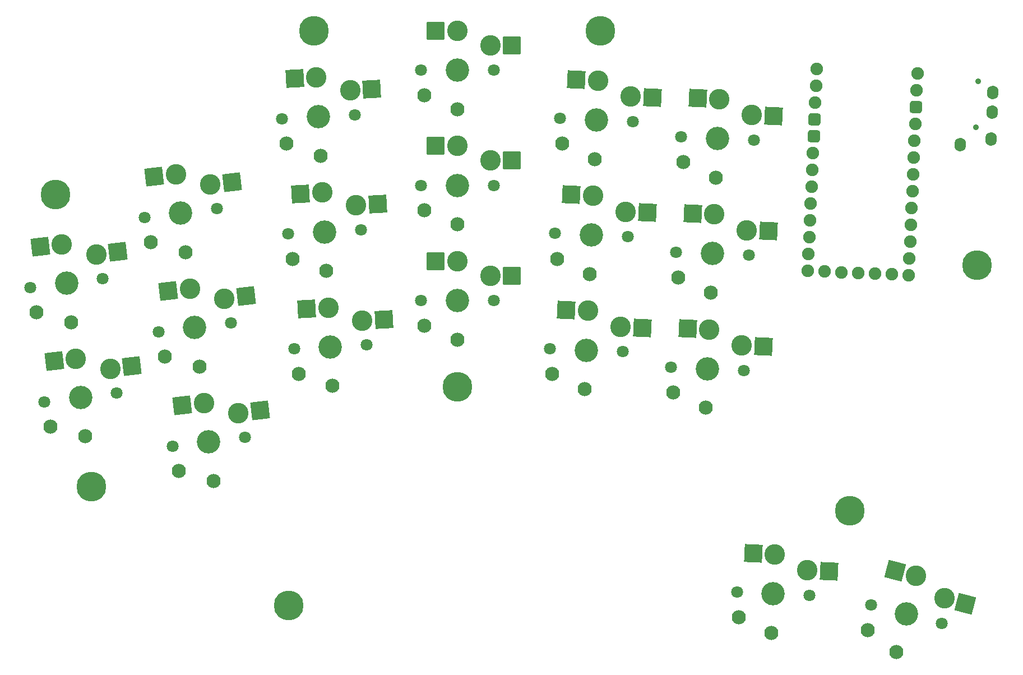
<source format=gbs>
G04 #@! TF.GenerationSoftware,KiCad,Pcbnew,8.0.5-dirty*
G04 #@! TF.CreationDate,2024-10-14T15:47:29+03:00*
G04 #@! TF.ProjectId,Kivipallur_left,4b697669-7061-46c6-9c75-725f6c656674,1*
G04 #@! TF.SameCoordinates,Original*
G04 #@! TF.FileFunction,Soldermask,Bot*
G04 #@! TF.FilePolarity,Negative*
%FSLAX46Y46*%
G04 Gerber Fmt 4.6, Leading zero omitted, Abs format (unit mm)*
G04 Created by KiCad (PCBNEW 8.0.5-dirty) date 2024-10-14 15:47:29*
%MOMM*%
%LPD*%
G01*
G04 APERTURE LIST*
G04 Aperture macros list*
%AMRoundRect*
0 Rectangle with rounded corners*
0 $1 Rounding radius*
0 $2 $3 $4 $5 $6 $7 $8 $9 X,Y pos of 4 corners*
0 Add a 4 corners polygon primitive as box body*
4,1,4,$2,$3,$4,$5,$6,$7,$8,$9,$2,$3,0*
0 Add four circle primitives for the rounded corners*
1,1,$1+$1,$2,$3*
1,1,$1+$1,$4,$5*
1,1,$1+$1,$6,$7*
1,1,$1+$1,$8,$9*
0 Add four rect primitives between the rounded corners*
20,1,$1+$1,$2,$3,$4,$5,0*
20,1,$1+$1,$4,$5,$6,$7,0*
20,1,$1+$1,$6,$7,$8,$9,0*
20,1,$1+$1,$8,$9,$2,$3,0*%
%AMHorizOval*
0 Thick line with rounded ends*
0 $1 width*
0 $2 $3 position (X,Y) of the first rounded end (center of the circle)*
0 $4 $5 position (X,Y) of the second rounded end (center of the circle)*
0 Add line between two ends*
20,1,$1,$2,$3,$4,$5,0*
0 Add two circle primitives to create the rounded ends*
1,1,$1,$2,$3*
1,1,$1,$4,$5*%
G04 Aperture macros list end*
%ADD10C,4.500000*%
%ADD11C,1.801800*%
%ADD12C,3.100000*%
%ADD13C,3.529000*%
%ADD14RoundRect,0.050000X-1.355468X-1.242057X1.242057X-1.355468X1.355468X1.242057X-1.242057X1.355468X0*%
%ADD15C,2.132000*%
%ADD16RoundRect,0.050000X-1.230182X-1.366255X1.366255X-1.230182X1.230182X1.366255X-1.366255X1.230182X0*%
%ADD17RoundRect,0.050000X-1.131880X-1.448740X1.448740X-1.131880X1.131880X1.448740X-1.448740X1.131880X0*%
%ADD18C,0.900000*%
%ADD19HorizOval,1.700000X-0.008724X-0.199810X0.008724X0.199810X0*%
%ADD20C,1.900000*%
%ADD21RoundRect,0.475000X-0.495267X-0.453829X0.453829X-0.495267X0.495267X0.453829X-0.453829X0.495267X0*%
%ADD22RoundRect,0.050000X-1.584086X-0.933098X0.933098X-1.584086X1.584086X0.933098X-0.933098X1.584086X0*%
%ADD23RoundRect,0.050000X-1.300000X-1.300000X1.300000X-1.300000X1.300000X1.300000X-1.300000X1.300000X0*%
G04 APERTURE END LIST*
D10*
X75164907Y-111092323D03*
D11*
X144432330Y-90283293D03*
D12*
X150186630Y-84578863D03*
D13*
X149927095Y-90523200D03*
D12*
X155085909Y-86994866D03*
D11*
X155421860Y-90763107D03*
D14*
X146914747Y-84436010D03*
D15*
X149669741Y-96417585D03*
X144766100Y-94101486D03*
D14*
X158357792Y-87137720D03*
D11*
X145950285Y-55516415D03*
D12*
X151704585Y-49811985D03*
D13*
X151445050Y-55756322D03*
D12*
X156603864Y-52227988D03*
D11*
X156939815Y-55996229D03*
D14*
X148432702Y-49669132D03*
D15*
X151187696Y-61650707D03*
X146284055Y-59334608D03*
D14*
X159875747Y-52370842D03*
D10*
X130427095Y-96023200D03*
D11*
X145191308Y-72899854D03*
D12*
X150945608Y-67195424D03*
D13*
X150686073Y-73139761D03*
D12*
X155844887Y-69611427D03*
D11*
X156180838Y-73379668D03*
D14*
X147673725Y-67052571D03*
D15*
X150428719Y-79034146D03*
X145525078Y-76718047D03*
D14*
X159116770Y-69754281D03*
D11*
X104864728Y-72947223D03*
D12*
X110045791Y-66717529D03*
D13*
X110357190Y-72659375D03*
D12*
X115154078Y-68652834D03*
D11*
X115849652Y-72371527D03*
D16*
X106775279Y-66888930D03*
D15*
X110665972Y-78551289D03*
X105562919Y-76715847D03*
D16*
X118424590Y-68481434D03*
D11*
X65940140Y-81092928D03*
D12*
X70674021Y-74516997D03*
D13*
X71399144Y-80422647D03*
D12*
X75904865Y-76091252D03*
D11*
X76858148Y-79752366D03*
D17*
X67423433Y-74916119D03*
D15*
X72118173Y-86278669D03*
X66899517Y-84803669D03*
D17*
X79155453Y-75692130D03*
D11*
X163486556Y-75700547D03*
D12*
X169240856Y-69996117D03*
D13*
X168981321Y-75940454D03*
D12*
X174140135Y-72412120D03*
D11*
X174476086Y-76180361D03*
D14*
X165968973Y-69853264D03*
D15*
X168723967Y-81834839D03*
X163820326Y-79518740D03*
D14*
X177412018Y-72554974D03*
D11*
X172655479Y-127049363D03*
D12*
X178409779Y-121344933D03*
D13*
X178150244Y-127289270D03*
D12*
X183309058Y-123760936D03*
D11*
X183645009Y-127529177D03*
D14*
X175137896Y-121202080D03*
D15*
X177892890Y-133183655D03*
X172989249Y-130867556D03*
D14*
X186580941Y-123903790D03*
D11*
X68060667Y-98363231D03*
D12*
X72794548Y-91787300D03*
D13*
X73519671Y-97692950D03*
D12*
X78025392Y-93361555D03*
D11*
X78978675Y-97022669D03*
D17*
X69543960Y-92186422D03*
D15*
X74238700Y-103548972D03*
X69020044Y-102073972D03*
D17*
X81275980Y-92962433D03*
D11*
X103954082Y-55571069D03*
D12*
X109135145Y-49341375D03*
D13*
X109446544Y-55283221D03*
D12*
X114243432Y-51276680D03*
D11*
X114939006Y-54995373D03*
D16*
X105864633Y-49512776D03*
D15*
X109755326Y-61175135D03*
X104652273Y-59339693D03*
D16*
X117513944Y-51105280D03*
D18*
X209102838Y-49904053D03*
X208797502Y-56897391D03*
D19*
X211200000Y-54600000D03*
X211330858Y-51602855D03*
X206381919Y-59494496D03*
X211025522Y-58596192D03*
D20*
X184596615Y-50610917D03*
X184485822Y-53148499D03*
D21*
X184375029Y-55686082D03*
X184264236Y-58223664D03*
D20*
X184153442Y-60761247D03*
X184042649Y-63298829D03*
X183931856Y-65836412D03*
X183821063Y-68373994D03*
X183710269Y-70911576D03*
X183599476Y-73449159D03*
X183488683Y-75986741D03*
X183377890Y-78524324D03*
X199822110Y-51275676D03*
D21*
X199711317Y-53813259D03*
D20*
X199600524Y-56350841D03*
X199489731Y-58888424D03*
X199378937Y-61426006D03*
X199268144Y-63963588D03*
X199157351Y-66501171D03*
X199046558Y-69038753D03*
X198935764Y-71576336D03*
X198824971Y-74113918D03*
X198714178Y-76651501D03*
X198603385Y-79189083D03*
X185915472Y-78635117D03*
X188453055Y-78745910D03*
X190990637Y-78856704D03*
X193528220Y-78967497D03*
X196065802Y-79078290D03*
X199932904Y-48738094D03*
X184707409Y-48073334D03*
D11*
X83179287Y-70513144D03*
D12*
X87913168Y-63937213D03*
D13*
X88638291Y-69842863D03*
D12*
X93144012Y-65511468D03*
D11*
X94097295Y-69172582D03*
D17*
X84662580Y-64336335D03*
D15*
X89357320Y-75698885D03*
X84138664Y-74223885D03*
D17*
X96394600Y-65112346D03*
D10*
X152033912Y-42269171D03*
D11*
X162727579Y-93083986D03*
D12*
X168481879Y-87379556D03*
D13*
X168222344Y-93323893D03*
D12*
X173381158Y-89795559D03*
D11*
X173717109Y-93563800D03*
D14*
X165209996Y-87236703D03*
D15*
X167964990Y-99218278D03*
X163061349Y-96902179D03*
D14*
X176653041Y-89938413D03*
D11*
X85299814Y-87783447D03*
D12*
X90033695Y-81207516D03*
D13*
X90758818Y-87113166D03*
D12*
X95264539Y-82781771D03*
D11*
X96217822Y-86442885D03*
D17*
X86783107Y-81606638D03*
D15*
X91477847Y-92969188D03*
X86259191Y-91494188D03*
D17*
X98515127Y-82382649D03*
D11*
X192910244Y-128991198D03*
D12*
X199724817Y-124607810D03*
D13*
X198235056Y-130368288D03*
D12*
X204014719Y-127989634D03*
D11*
X203559868Y-131745378D03*
D22*
X196554134Y-123787815D03*
D15*
X196757814Y-136080359D03*
X192442874Y-132795349D03*
D22*
X207185403Y-128809629D03*
D10*
X69753908Y-67023274D03*
D11*
X124927095Y-83023200D03*
D12*
X130427095Y-77073200D03*
D13*
X130427095Y-83023200D03*
D12*
X135427095Y-79273200D03*
D11*
X135927095Y-83023200D03*
D23*
X127152095Y-77073200D03*
D15*
X130427095Y-88923200D03*
X125427095Y-86823200D03*
D23*
X138702095Y-79273200D03*
D10*
X104980863Y-129092845D03*
D11*
X87420340Y-105053750D03*
D12*
X92154221Y-98477819D03*
D13*
X92879344Y-104383469D03*
D12*
X97385065Y-100052074D03*
D11*
X98338348Y-103713188D03*
D17*
X88903633Y-98876941D03*
D15*
X93598373Y-110239491D03*
X88379717Y-108764491D03*
D17*
X100635653Y-99652952D03*
D10*
X108766176Y-42301037D03*
X208943250Y-77685230D03*
D11*
X124927095Y-48223200D03*
D12*
X130427095Y-42273200D03*
D13*
X130427095Y-48223200D03*
D12*
X135427095Y-44473200D03*
D11*
X135927095Y-48223200D03*
D23*
X127152095Y-42273200D03*
D15*
X130427095Y-54123200D03*
X125427095Y-52023200D03*
D23*
X138702095Y-44473200D03*
D11*
X105775373Y-90323377D03*
D12*
X110956436Y-84093683D03*
D13*
X111267835Y-90035529D03*
D12*
X116064723Y-86028988D03*
D11*
X116760297Y-89747681D03*
D16*
X107685924Y-84265084D03*
D15*
X111576617Y-95927443D03*
X106473564Y-94092001D03*
D16*
X119335235Y-85857588D03*
D10*
X189706827Y-114781456D03*
D11*
X164245534Y-58317108D03*
D12*
X169999834Y-52612678D03*
D13*
X169740299Y-58557015D03*
D12*
X174899113Y-55028681D03*
D11*
X175235064Y-58796922D03*
D14*
X166727951Y-52469825D03*
D15*
X169482945Y-64451400D03*
X164579304Y-62135301D03*
D14*
X178170996Y-55171535D03*
D11*
X124927095Y-65623200D03*
D12*
X130427095Y-59673200D03*
D13*
X130427095Y-65623200D03*
D12*
X135427095Y-61873200D03*
D11*
X135927095Y-65623200D03*
D23*
X127152095Y-59673200D03*
D15*
X130427095Y-71523200D03*
X125427095Y-69423200D03*
D23*
X138702095Y-61873200D03*
M02*

</source>
